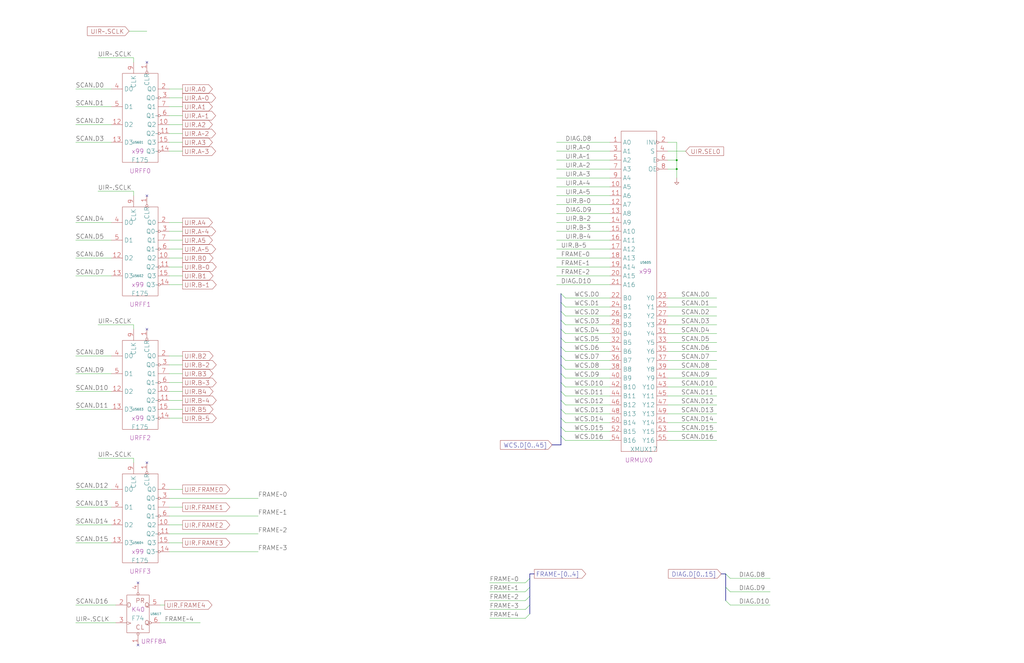
<source format=kicad_sch>
(kicad_sch (version 20230121) (generator eeschema)
  (paper "User" 584.2 378.46)
  (title_block (title "WRITABLE CONTROL STORE\\nMICRO INSTRUCTION REGISTER") (date "15-MAR-90") (rev "1.0") (comment 1 "TYPE") (comment 2 "232-003062") (comment 3 "S400") (comment 4 "RELEASED"))
  (lib_symbols
    (symbol "r1000:F175" (pin_names (offset 1.016))
      (property "Reference" "U" (at 2.54 5.08 0))
      (property "Value" "F175" (at -1.27 -5.08 0))
      (property "Location" "___" (at -1.27 0 0))
      (property "Name" "______" (at 3.81 -12.7 0))
      (symbol "F175_1_1"
        (rectangle (start -6.35 44.45) (end 13.97 -6.35))
        (circle (center 7.62 45.085) (radius 0.635))
        (circle (center 14.605 0) (radius 0.635))
        (circle (center 14.605 10.16) (radius 0.635))
        (circle (center 14.605 20.32) (radius 0.635))
        (circle (center 14.605 30.48) (radius 0.635))
        (pin input line (at 7.62 50.8 270) (length 5.08) (name "CLR") (number "1"))
        (pin output line (at 20.32 15.24 180) (length 6.35) (name "Q2") (number "10"))
        (pin output line (at 20.32 10.16 180) (length 5.08) (name "Q2~") (number "11"))
        (pin input line (at -12.7 15.24 0) (length 6.35) (name "D2") (number "12"))
        (pin input line (at -12.7 5.08 0) (length 6.35) (name "D3") (number "13"))
        (pin output line (at 20.32 0 180) (length 5.08) (name "Q3~") (number "14"))
        (pin output line (at 20.32 5.08 180) (length 6.35) (name "Q3") (number "15"))
        (pin output line (at 20.32 35.56 180) (length 6.35) (name "Q0") (number "2"))
        (pin output line (at 20.32 30.48 180) (length 5.08) (name "Q0~") (number "3"))
        (pin input line (at -12.7 35.56 0) (length 6.35) (name "D0") (number "4"))
        (pin input line (at -12.7 25.4 0) (length 6.35) (name "D1") (number "5"))
        (pin output line (at 20.32 20.32 180) (length 5.08) (name "Q1~") (number "6"))
        (pin output line (at 20.32 25.4 180) (length 6.35) (name "Q1") (number "7"))
        (pin input line (at 0 50.8 270) (length 6.35) (name "CLK") (number "9"))
      )
    )
    (symbol "r1000:F74" (pin_names (offset 1.016) hide)
      (property "Reference" "U" (at 12.7 -2.54 0))
      (property "Value" "F74" (at -1.27 -5.08 0))
      (property "Location" "___" (at -1.27 0 0))
      (property "Name" "______" (at 11.43 -19.685 0))
      (symbol "F74_0_1"
        (rectangle (start -3.81 8.255) (end 8.89 -13.335) (stroke (width 0.1524)))
        (polyline (pts (xy 2.54 -15.24) (xy 2.54 -14.605)) (stroke (width 0.1524)))
        (polyline (pts (xy 2.54 10.16) (xy 2.54 9.525)) (stroke (width 0.1524)))
      )
      (symbol "F74_1_1"
        (circle (center 2.54 -13.97) (radius 0.635))
        (circle (center 2.54 8.89) (radius 0.635))
        (circle (center 9.525 -7.62) (radius 0.635))
        (text ">" (at -2.54 -7.62 0) (effects (font (size 2.54 2.54))))
        (text "C" (at 2.54 -10.16 0) (effects (font (size 2.54 2.54))))
        (text "D" (at -2.54 2.54 0) (effects (font (size 2.54 2.54))))
        (text "L" (at 5.08 -10.16 0) (effects (font (size 2.54 2.54))))
        (text "P" (at 2.54 5.08 0) (effects (font (size 2.54 2.54))))
        (text "Q" (at 7.62 -7.62 0) (effects (font (size 2.54 2.54))))
        (text "Q" (at 7.62 2.54 0) (effects (font (size 2.54 2.54))))
        (text "R" (at 5.08 5.08 0) (effects (font (size 2.54 2.54))))
        (pin input line (at 2.54 -20.32 90) (length 5.08) (name "CL_") (number "1"))
        (pin input line (at -10.16 2.54 0) (length 6.35) (name "D") (number "2"))
        (pin input line (at -10.16 -7.62 0) (length 6.35) (name "CLK") (number "3"))
        (pin input line (at 2.54 15.24 270) (length 5.08) (name "PR_") (number "4"))
        (pin output line (at 15.24 2.54 180) (length 6.35) (name "Q") (number "5"))
        (pin output line (at 15.24 -7.62 180) (length 5.08) (name "Q_") (number "6"))
      )
    )
    (symbol "r1000:PD" (power) (pin_numbers hide) (pin_names hide) (in_bom no)
      (symbol "PD_0_1"
        (polyline (pts (xy 0 -2.54) (xy 1.27 -2.54) (xy 0 -3.81) (xy -1.27 -2.54) (xy 0 -2.54)) (stroke (width 0.1524)))
      )
      (symbol "PD_1_1"
        (pin power_in line (at 0 0 270) (length 2.54) (name "PD") (number "1"))
      )
    )
    (symbol "r1000:XMUX17" (pin_names (offset 1.016))
      (property "Reference" "U" (at 2.54 5.08 0))
      (property "Value" "XMUX17" (at -6.35 -101.6 0))
      (property "Location" "___" (at -1.27 0 0))
      (property "Name" "______" (at -1.27 -109.22 0))
      (symbol "XMUX17_1_1"
        (rectangle (start -11.43 80.01) (end 8.89 -102.87))
        (circle (center 9.525 58.42) (radius 0.635))
        (circle (center 9.525 63.5) (radius 0.635))
        (circle (center 9.525 73.66) (radius 0.635))
        (pin input line (at -17.78 73.66 0) (length 6.35) (name "A0") (number "1"))
        (pin input line (at -17.78 48.26 0) (length 6.35) (name "A5") (number "10"))
        (pin input line (at -17.78 43.18 0) (length 6.35) (name "A6") (number "11"))
        (pin input line (at -17.78 38.1 0) (length 6.35) (name "A7") (number "12"))
        (pin input line (at -17.78 33.02 0) (length 6.35) (name "A8") (number "13"))
        (pin input line (at -17.78 27.94 0) (length 6.35) (name "A9") (number "14"))
        (pin input line (at -17.78 22.86 0) (length 6.35) (name "A10") (number "15"))
        (pin input line (at -17.78 17.78 0) (length 6.35) (name "A11") (number "16"))
        (pin input line (at -17.78 12.7 0) (length 6.35) (name "A12") (number "17"))
        (pin input line (at -17.78 7.62 0) (length 6.35) (name "A13") (number "18"))
        (pin input line (at -17.78 2.54 0) (length 6.35) (name "A14") (number "19"))
        (pin input line (at 15.24 73.66 180) (length 5.08) (name "INV") (number "2"))
        (pin input line (at -17.78 -2.54 0) (length 6.35) (name "A15") (number "20"))
        (pin input line (at -17.78 -7.62 0) (length 6.35) (name "A16") (number "21"))
        (pin input line (at -17.78 -15.24 0) (length 6.35) (name "B0") (number "22"))
        (pin tri_state line (at 15.24 -15.24 180) (length 6.35) (name "Y0") (number "23"))
        (pin input line (at -17.78 -20.32 0) (length 6.35) (name "B1") (number "24"))
        (pin tri_state line (at 15.24 -20.32 180) (length 6.35) (name "Y1") (number "25"))
        (pin input line (at -17.78 -25.4 0) (length 6.35) (name "B2") (number "26"))
        (pin tri_state line (at 15.24 -25.4 180) (length 6.35) (name "Y2") (number "27"))
        (pin input line (at -17.78 -30.48 0) (length 6.35) (name "B3") (number "28"))
        (pin tri_state line (at 15.24 -30.48 180) (length 6.35) (name "Y3") (number "29"))
        (pin input line (at -17.78 68.58 0) (length 6.35) (name "A1") (number "3"))
        (pin input line (at -17.78 -35.56 0) (length 6.35) (name "B4") (number "30"))
        (pin tri_state line (at 15.24 -35.56 180) (length 6.35) (name "Y4") (number "31"))
        (pin input line (at -17.78 -40.64 0) (length 6.35) (name "B5") (number "32"))
        (pin tri_state line (at 15.24 -40.64 180) (length 6.35) (name "Y5") (number "33"))
        (pin input line (at -17.78 -45.72 0) (length 6.35) (name "B6") (number "34"))
        (pin tri_state line (at 15.24 -45.72 180) (length 6.35) (name "Y6") (number "35"))
        (pin input line (at -17.78 -50.8 0) (length 6.35) (name "B7") (number "36"))
        (pin tri_state line (at 15.24 -50.8 180) (length 6.35) (name "Y7") (number "37"))
        (pin input line (at -17.78 -55.88 0) (length 6.35) (name "B8") (number "38"))
        (pin tri_state line (at 15.24 -55.88 180) (length 6.35) (name "Y8") (number "39"))
        (pin input line (at 15.24 68.58 180) (length 6.35) (name "S") (number "4"))
        (pin input line (at -17.78 -60.96 0) (length 6.35) (name "B9") (number "40"))
        (pin tri_state line (at 15.24 -60.96 180) (length 6.35) (name "Y9") (number "41"))
        (pin input line (at -17.78 -66.04 0) (length 6.35) (name "B10") (number "42"))
        (pin tri_state line (at 15.24 -66.04 180) (length 6.35) (name "Y10") (number "43"))
        (pin input line (at -17.78 -71.12 0) (length 6.35) (name "B11") (number "44"))
        (pin tri_state line (at 15.24 -71.12 180) (length 6.35) (name "Y11") (number "45"))
        (pin input line (at -17.78 -76.2 0) (length 6.35) (name "B12") (number "46"))
        (pin tri_state line (at 15.24 -76.2 180) (length 6.35) (name "Y12") (number "47"))
        (pin input line (at -17.78 -81.28 0) (length 6.35) (name "B13") (number "48"))
        (pin tri_state line (at 15.24 -81.28 180) (length 6.35) (name "Y13") (number "49"))
        (pin input line (at -17.78 63.5 0) (length 6.35) (name "A2") (number "5"))
        (pin input line (at -17.78 -86.36 0) (length 6.35) (name "B14") (number "50"))
        (pin tri_state line (at 15.24 -86.36 180) (length 6.35) (name "Y14") (number "51"))
        (pin input line (at -17.78 -91.44 0) (length 6.35) (name "B15") (number "52"))
        (pin tri_state line (at 15.24 -91.44 180) (length 6.35) (name "Y15") (number "53"))
        (pin input line (at -17.78 -96.52 0) (length 6.35) (name "B16") (number "54"))
        (pin tri_state line (at 15.24 -96.52 180) (length 6.35) (name "Y16") (number "55"))
        (pin input line (at 15.24 63.5 180) (length 5.08) (name "E") (number "6"))
        (pin input line (at -17.78 58.42 0) (length 6.35) (name "A3") (number "7"))
        (pin input line (at 15.24 58.42 180) (length 5.08) (name "OE") (number "8"))
        (pin input line (at -17.78 53.34 0) (length 6.35) (name "A4") (number "9"))
      )
    )
  )
  (junction (at 386.08 96.52))
  (junction (at 386.08 91.44))
  (no_connect (at 78.74 332.74))
  (no_connect (at 83.82 187.96))
  (no_connect (at 78.74 368.3))
  (no_connect (at 83.82 35.56))
  (no_connect (at 83.82 111.76))
  (no_connect (at 83.82 264.16))
  (bus_entry (at 320.04 187.96) (size 2.54 2.54))
  (bus_entry (at 320.04 167.64) (size 2.54 2.54))
  (bus_entry (at 320.04 233.68) (size 2.54 2.54))
  (bus_entry (at 320.04 248.92) (size 2.54 2.54))
  (bus_entry (at 320.04 182.88) (size 2.54 2.54))
  (bus_entry (at 320.04 177.8) (size 2.54 2.54))
  (bus_entry (at 320.04 228.6) (size 2.54 2.54))
  (bus_entry (at 302.26 340.36) (size -2.54 2.54))
  (bus_entry (at 320.04 198.12) (size 2.54 2.54))
  (bus_entry (at 320.04 218.44) (size 2.54 2.54))
  (bus_entry (at 414.02 335.28) (size 2.54 2.54))
  (bus_entry (at 320.04 172.72) (size 2.54 2.54))
  (bus_entry (at 302.26 350.52) (size -2.54 2.54))
  (bus_entry (at 414.02 342.9) (size 2.54 2.54))
  (bus_entry (at 320.04 213.36) (size 2.54 2.54))
  (bus_entry (at 320.04 223.52) (size 2.54 2.54))
  (bus_entry (at 302.26 330.2) (size -2.54 2.54))
  (bus_entry (at 320.04 203.2) (size 2.54 2.54))
  (bus_entry (at 302.26 345.44) (size -2.54 2.54))
  (bus_entry (at 320.04 193.04) (size 2.54 2.54))
  (bus_entry (at 302.26 335.28) (size -2.54 2.54))
  (bus_entry (at 414.02 327.66) (size 2.54 2.54))
  (bus_entry (at 320.04 238.76) (size 2.54 2.54))
  (bus_entry (at 320.04 208.28) (size 2.54 2.54))
  (bus_entry (at 320.04 243.84) (size 2.54 2.54))
  (wire (pts (xy 96.52 81.28) (xy 104.14 81.28)))
  (wire (pts (xy 322.58 185.42) (xy 347.98 185.42)))
  (wire (pts (xy 43.18 71.12) (xy 63.5 71.12)))
  (wire (pts (xy 317.5 152.4) (xy 347.98 152.4)))
  (wire (pts (xy 96.52 289.56) (xy 104.14 289.56)))
  (wire (pts (xy 96.52 50.8) (xy 104.14 50.8)))
  (wire (pts (xy 76.2 261.62) (xy 76.2 264.16)))
  (wire (pts (xy 317.5 121.92) (xy 347.98 121.92)))
  (bus (pts (xy 320.04 198.12) (xy 320.04 203.2)))
  (wire (pts (xy 317.5 157.48) (xy 347.98 157.48)))
  (wire (pts (xy 322.58 220.98) (xy 347.98 220.98)))
  (wire (pts (xy 381 220.98) (xy 408.94 220.98)))
  (wire (pts (xy 96.52 71.12) (xy 104.14 71.12)))
  (bus (pts (xy 320.04 213.36) (xy 320.04 218.44)))
  (wire (pts (xy 381 170.18) (xy 408.94 170.18)))
  (wire (pts (xy 381 175.26) (xy 408.94 175.26)))
  (wire (pts (xy 43.18 223.52) (xy 63.5 223.52)))
  (wire (pts (xy 96.52 162.56) (xy 104.14 162.56)))
  (wire (pts (xy 322.58 251.46) (xy 347.98 251.46)))
  (wire (pts (xy 96.52 157.48) (xy 104.14 157.48)))
  (wire (pts (xy 317.5 162.56) (xy 347.98 162.56)))
  (wire (pts (xy 381 180.34) (xy 408.94 180.34)))
  (wire (pts (xy 386.08 96.52) (xy 386.08 91.44)))
  (wire (pts (xy 91.44 355.6) (xy 114.3 355.6)))
  (wire (pts (xy 55.88 185.42) (xy 76.2 185.42)))
  (wire (pts (xy 386.08 81.28) (xy 381 81.28)))
  (wire (pts (xy 43.18 299.72) (xy 63.5 299.72)))
  (wire (pts (xy 322.58 231.14) (xy 347.98 231.14)))
  (wire (pts (xy 317.5 127) (xy 347.98 127)))
  (wire (pts (xy 96.52 309.88) (xy 104.14 309.88)))
  (wire (pts (xy 76.2 109.22) (xy 76.2 111.76)))
  (wire (pts (xy 43.18 81.28) (xy 63.5 81.28)))
  (wire (pts (xy 43.18 279.4) (xy 63.5 279.4)))
  (wire (pts (xy 381 231.14) (xy 408.94 231.14)))
  (wire (pts (xy 96.52 142.24) (xy 104.14 142.24)))
  (wire (pts (xy 96.52 228.6) (xy 104.14 228.6)))
  (bus (pts (xy 302.26 345.44) (xy 302.26 350.52)))
  (wire (pts (xy 96.52 304.8) (xy 147.32 304.8)))
  (wire (pts (xy 317.5 81.28) (xy 347.98 81.28)))
  (wire (pts (xy 96.52 284.48) (xy 147.32 284.48)))
  (wire (pts (xy 43.18 147.32) (xy 63.5 147.32)))
  (wire (pts (xy 416.56 337.82) (xy 439.42 337.82)))
  (wire (pts (xy 381 86.36) (xy 391.16 86.36)))
  (wire (pts (xy 96.52 213.36) (xy 104.14 213.36)))
  (bus (pts (xy 320.04 193.04) (xy 320.04 198.12)))
  (wire (pts (xy 43.18 127) (xy 63.5 127)))
  (wire (pts (xy 96.52 218.44) (xy 104.14 218.44)))
  (wire (pts (xy 322.58 215.9) (xy 347.98 215.9)))
  (wire (pts (xy 43.18 309.88) (xy 63.5 309.88)))
  (wire (pts (xy 317.5 137.16) (xy 347.98 137.16)))
  (bus (pts (xy 320.04 233.68) (xy 320.04 238.76)))
  (wire (pts (xy 317.5 106.68) (xy 347.98 106.68)))
  (bus (pts (xy 320.04 228.6) (xy 320.04 223.52)))
  (bus (pts (xy 320.04 167.64) (xy 320.04 172.72)))
  (wire (pts (xy 279.4 337.82) (xy 299.72 337.82)))
  (wire (pts (xy 73.66 17.78) (xy 83.82 17.78)))
  (wire (pts (xy 96.52 127) (xy 104.14 127)))
  (wire (pts (xy 43.18 60.96) (xy 63.5 60.96)))
  (wire (pts (xy 43.18 355.6) (xy 66.04 355.6)))
  (wire (pts (xy 381 246.38) (xy 408.94 246.38)))
  (bus (pts (xy 320.04 187.96) (xy 320.04 182.88)))
  (wire (pts (xy 96.52 137.16) (xy 104.14 137.16)))
  (wire (pts (xy 96.52 223.52) (xy 104.14 223.52)))
  (bus (pts (xy 414.02 327.66) (xy 414.02 335.28)))
  (wire (pts (xy 317.5 96.52) (xy 347.98 96.52)))
  (wire (pts (xy 381 200.66) (xy 408.94 200.66)))
  (wire (pts (xy 96.52 203.2) (xy 104.14 203.2)))
  (wire (pts (xy 96.52 233.68) (xy 104.14 233.68)))
  (wire (pts (xy 76.2 33.02) (xy 76.2 35.56)))
  (wire (pts (xy 386.08 101.6) (xy 386.08 96.52)))
  (wire (pts (xy 322.58 226.06) (xy 347.98 226.06)))
  (wire (pts (xy 381 226.06) (xy 408.94 226.06)))
  (wire (pts (xy 386.08 91.44) (xy 386.08 81.28)))
  (bus (pts (xy 302.26 340.36) (xy 302.26 345.44)))
  (wire (pts (xy 381 236.22) (xy 408.94 236.22)))
  (wire (pts (xy 416.56 330.2) (xy 439.42 330.2)))
  (wire (pts (xy 381 251.46) (xy 408.94 251.46)))
  (wire (pts (xy 322.58 236.22) (xy 347.98 236.22)))
  (bus (pts (xy 320.04 172.72) (xy 320.04 177.8)))
  (wire (pts (xy 55.88 261.62) (xy 76.2 261.62)))
  (wire (pts (xy 43.18 345.44) (xy 66.04 345.44)))
  (wire (pts (xy 96.52 314.96) (xy 147.32 314.96)))
  (bus (pts (xy 314.96 254) (xy 320.04 254)))
  (bus (pts (xy 302.26 327.66) (xy 304.8 327.66)))
  (wire (pts (xy 322.58 241.3) (xy 347.98 241.3)))
  (bus (pts (xy 320.04 248.92) (xy 320.04 243.84)))
  (wire (pts (xy 322.58 195.58) (xy 347.98 195.58)))
  (wire (pts (xy 317.5 142.24) (xy 347.98 142.24)))
  (wire (pts (xy 322.58 246.38) (xy 347.98 246.38)))
  (wire (pts (xy 322.58 210.82) (xy 347.98 210.82)))
  (wire (pts (xy 416.56 345.44) (xy 439.42 345.44)))
  (wire (pts (xy 96.52 132.08) (xy 104.14 132.08)))
  (wire (pts (xy 55.88 109.22) (xy 76.2 109.22)))
  (wire (pts (xy 279.4 353.06) (xy 299.72 353.06)))
  (bus (pts (xy 320.04 187.96) (xy 320.04 193.04)))
  (wire (pts (xy 43.18 50.8) (xy 63.5 50.8)))
  (wire (pts (xy 381 210.82) (xy 408.94 210.82)))
  (wire (pts (xy 322.58 175.26) (xy 347.98 175.26)))
  (bus (pts (xy 302.26 330.2) (xy 302.26 335.28)))
  (wire (pts (xy 381 215.9) (xy 408.94 215.9)))
  (wire (pts (xy 317.5 116.84) (xy 347.98 116.84)))
  (bus (pts (xy 302.26 327.66) (xy 302.26 330.2)))
  (bus (pts (xy 320.04 208.28) (xy 320.04 203.2)))
  (wire (pts (xy 96.52 299.72) (xy 104.14 299.72)))
  (wire (pts (xy 322.58 170.18) (xy 347.98 170.18)))
  (wire (pts (xy 96.52 76.2) (xy 104.14 76.2)))
  (wire (pts (xy 279.4 347.98) (xy 299.72 347.98)))
  (wire (pts (xy 317.5 86.36) (xy 347.98 86.36)))
  (wire (pts (xy 96.52 147.32) (xy 104.14 147.32)))
  (wire (pts (xy 96.52 152.4) (xy 104.14 152.4)))
  (wire (pts (xy 317.5 91.44) (xy 347.98 91.44)))
  (wire (pts (xy 381 190.5) (xy 408.94 190.5)))
  (wire (pts (xy 55.88 33.02) (xy 76.2 33.02)))
  (wire (pts (xy 96.52 66.04) (xy 104.14 66.04)))
  (wire (pts (xy 43.18 289.56) (xy 63.5 289.56)))
  (bus (pts (xy 411.48 327.66) (xy 414.02 327.66)))
  (bus (pts (xy 414.02 335.28) (xy 414.02 342.9)))
  (wire (pts (xy 322.58 190.5) (xy 347.98 190.5)))
  (bus (pts (xy 320.04 254) (xy 320.04 248.92)))
  (wire (pts (xy 381 195.58) (xy 408.94 195.58)))
  (wire (pts (xy 322.58 200.66) (xy 347.98 200.66)))
  (wire (pts (xy 322.58 205.74) (xy 347.98 205.74)))
  (bus (pts (xy 320.04 228.6) (xy 320.04 233.68)))
  (wire (pts (xy 43.18 137.16) (xy 63.5 137.16)))
  (bus (pts (xy 320.04 238.76) (xy 320.04 243.84)))
  (wire (pts (xy 279.4 342.9) (xy 299.72 342.9)))
  (wire (pts (xy 43.18 203.2) (xy 63.5 203.2)))
  (bus (pts (xy 320.04 208.28) (xy 320.04 213.36)))
  (wire (pts (xy 96.52 208.28) (xy 104.14 208.28)))
  (wire (pts (xy 381 96.52) (xy 386.08 96.52)))
  (wire (pts (xy 381 241.3) (xy 408.94 241.3)))
  (bus (pts (xy 320.04 177.8) (xy 320.04 182.88)))
  (bus (pts (xy 302.26 335.28) (xy 302.26 340.36)))
  (wire (pts (xy 91.44 345.44) (xy 93.98 345.44)))
  (wire (pts (xy 381 205.74) (xy 408.94 205.74)))
  (wire (pts (xy 279.4 332.74) (xy 299.72 332.74)))
  (wire (pts (xy 96.52 238.76) (xy 104.14 238.76)))
  (wire (pts (xy 317.5 132.08) (xy 347.98 132.08)))
  (wire (pts (xy 76.2 185.42) (xy 76.2 187.96)))
  (wire (pts (xy 96.52 86.36) (xy 104.14 86.36)))
  (wire (pts (xy 43.18 233.68) (xy 63.5 233.68)))
  (wire (pts (xy 96.52 294.64) (xy 147.32 294.64)))
  (wire (pts (xy 43.18 157.48) (xy 63.5 157.48)))
  (wire (pts (xy 322.58 180.34) (xy 347.98 180.34)))
  (wire (pts (xy 317.5 147.32) (xy 347.98 147.32)))
  (wire (pts (xy 381 185.42) (xy 408.94 185.42)))
  (wire (pts (xy 317.5 101.6) (xy 347.98 101.6)))
  (wire (pts (xy 43.18 213.36) (xy 63.5 213.36)))
  (wire (pts (xy 381 91.44) (xy 386.08 91.44)))
  (wire (pts (xy 96.52 60.96) (xy 104.14 60.96)))
  (wire (pts (xy 96.52 279.4) (xy 104.14 279.4)))
  (wire (pts (xy 96.52 55.88) (xy 104.14 55.88)))
  (wire (pts (xy 317.5 111.76) (xy 347.98 111.76)))
  (bus (pts (xy 320.04 218.44) (xy 320.04 223.52)))
  (label "SCAN.D5" (at 388.62 195.58 0) (effects (font (size 2.54 2.54))))
  (label "SCAN.D4" (at 388.62 190.5 0) (effects (font (size 2.54 2.54))))
  (label "UIR.B~0" (at 322.58 116.84 0) (effects (font (size 2.54 2.54))))
  (label "UIR.B~5" (at 320.04 142.24 0) (effects (font (size 2.54 2.54))))
  (label "SCAN.D11" (at 43.18 233.68 0) (effects (font (size 2.54 2.54))))
  (label "SCAN.D15" (at 43.18 309.88 0) (effects (font (size 2.54 2.54))))
  (label "DIAG.D10" (at 320.04 162.56 0) (effects (font (size 2.54 2.54))))
  (label "WCS.D3" (at 327.66 185.42 0) (effects (font (size 2.54 2.54))))
  (label "UIR.A~4" (at 322.58 106.68 0) (effects (font (size 2.54 2.54))))
  (label "UIR.A~5" (at 322.58 111.76 0) (effects (font (size 2.54 2.54))))
  (label "WCS.D0" (at 327.66 170.18 0) (effects (font (size 2.54 2.54))))
  (label "UIR.A~1" (at 322.58 91.44 0) (effects (font (size 2.54 2.54))))
  (label "WCS.D13" (at 327.66 236.22 0) (effects (font (size 2.54 2.54))))
  (label "WCS.D5" (at 327.66 195.58 0) (effects (font (size 2.54 2.54))))
  (label "SCAN.D16" (at 43.18 345.44 0) (effects (font (size 2.54 2.54))))
  (label "UIR~.SCLK" (at 55.88 109.22 0) (effects (font (size 2.54 2.54))))
  (label "SCAN.D11" (at 388.62 226.06 0) (effects (font (size 2.54 2.54))))
  (label "FRAME~2" (at 320.04 157.48 0) (effects (font (size 2.54 2.54))))
  (label "FRAME~2" (at 279.4 342.9 0) (effects (font (size 2.54 2.54))))
  (label "UIR.B~3" (at 322.58 132.08 0) (effects (font (size 2.54 2.54))))
  (label "WCS.D1" (at 327.66 175.26 0) (effects (font (size 2.54 2.54))))
  (label "SCAN.D13" (at 43.18 289.56 0) (effects (font (size 2.54 2.54))))
  (label "SCAN.D3" (at 388.62 185.42 0) (effects (font (size 2.54 2.54))))
  (label "UIR.B~4" (at 322.58 137.16 0) (effects (font (size 2.54 2.54))))
  (label "WCS.D6" (at 327.66 200.66 0) (effects (font (size 2.54 2.54))))
  (label "SCAN.D3" (at 43.18 81.28 0) (effects (font (size 2.54 2.54))))
  (label "SCAN.D6" (at 43.18 147.32 0) (effects (font (size 2.54 2.54))))
  (label "SCAN.D8" (at 43.18 203.2 0) (effects (font (size 2.54 2.54))))
  (label "UIR.A~0" (at 322.58 86.36 0) (effects (font (size 2.54 2.54))))
  (label "SCAN.D14" (at 43.18 299.72 0) (effects (font (size 2.54 2.54))))
  (label "WCS.D12" (at 327.66 231.14 0) (effects (font (size 2.54 2.54))))
  (label "FRAME~0" (at 147.32 284.48 0) (effects (font (size 2.54 2.54))))
  (label "DIAG.D10" (at 421.64 345.44 0) (effects (font (size 2.54 2.54))))
  (label "SCAN.D14" (at 388.62 241.3 0) (effects (font (size 2.54 2.54))))
  (label "SCAN.D1" (at 43.18 60.96 0) (effects (font (size 2.54 2.54))))
  (label "FRAME~3" (at 279.4 347.98 0) (effects (font (size 2.54 2.54))))
  (label "FRAME~2" (at 147.32 304.8 0) (effects (font (size 2.54 2.54))))
  (label "FRAME~3" (at 147.32 314.96 0) (effects (font (size 2.54 2.54))))
  (label "FRAME~0" (at 279.4 332.74 0) (effects (font (size 2.54 2.54))))
  (label "SCAN.D10" (at 388.62 220.98 0) (effects (font (size 2.54 2.54))))
  (label "SCAN.D2" (at 388.62 180.34 0) (effects (font (size 2.54 2.54))))
  (label "SCAN.D10" (at 43.18 223.52 0) (effects (font (size 2.54 2.54))))
  (label "WCS.D11" (at 327.66 226.06 0) (effects (font (size 2.54 2.54))))
  (label "UIR~.SCLK" (at 55.88 261.62 0) (effects (font (size 2.54 2.54))))
  (label "WCS.D2" (at 327.66 180.34 0) (effects (font (size 2.54 2.54))))
  (label "SCAN.D8" (at 388.62 210.82 0) (effects (font (size 2.54 2.54))))
  (label "WCS.D14" (at 327.66 241.3 0) (effects (font (size 2.54 2.54))))
  (label "SCAN.D7" (at 388.62 205.74 0) (effects (font (size 2.54 2.54))))
  (label "UIR.A~2" (at 322.58 96.52 0) (effects (font (size 2.54 2.54))))
  (label "WCS.D10" (at 327.66 220.98 0) (effects (font (size 2.54 2.54))))
  (label "WCS.D16" (at 327.66 251.46 0) (effects (font (size 2.54 2.54))))
  (label "SCAN.D16" (at 388.62 251.46 0) (effects (font (size 2.54 2.54))))
  (label "UIR.A~3" (at 322.58 101.6 0) (effects (font (size 2.54 2.54))))
  (label "SCAN.D1" (at 388.62 175.26 0) (effects (font (size 2.54 2.54))))
  (label "SCAN.D0" (at 388.62 170.18 0) (effects (font (size 2.54 2.54))))
  (label "WCS.D8" (at 327.66 210.82 0) (effects (font (size 2.54 2.54))))
  (label "SCAN.D2" (at 43.18 71.12 0) (effects (font (size 2.54 2.54))))
  (label "UIR~.SCLK" (at 55.88 33.02 0) (effects (font (size 2.54 2.54))))
  (label "FRAME~4" (at 93.98 355.6 0) (effects (font (size 2.54 2.54))))
  (label "FRAME~4" (at 279.4 353.06 0) (effects (font (size 2.54 2.54))))
  (label "UIR~.SCLK" (at 55.88 185.42 0) (effects (font (size 2.54 2.54))))
  (label "DIAG.D9" (at 322.58 121.92 0) (effects (font (size 2.54 2.54))))
  (label "SCAN.D9" (at 43.18 213.36 0) (effects (font (size 2.54 2.54))))
  (label "UIR~.SCLK" (at 43.18 355.6 0) (effects (font (size 2.54 2.54))))
  (label "DIAG.D8" (at 421.64 330.2 0) (effects (font (size 2.54 2.54))))
  (label "SCAN.D12" (at 388.62 231.14 0) (effects (font (size 2.54 2.54))))
  (label "UIR.B~2" (at 322.58 127 0) (effects (font (size 2.54 2.54))))
  (label "FRAME~1" (at 147.32 294.64 0) (effects (font (size 2.54 2.54))))
  (label "SCAN.D12" (at 43.18 279.4 0) (effects (font (size 2.54 2.54))))
  (label "SCAN.D5" (at 43.18 137.16 0) (effects (font (size 2.54 2.54))))
  (label "FRAME~1" (at 320.04 152.4 0) (effects (font (size 2.54 2.54))))
  (label "SCAN.D0" (at 43.18 50.8 0) (effects (font (size 2.54 2.54))))
  (label "SCAN.D15" (at 388.62 246.38 0) (effects (font (size 2.54 2.54))))
  (label "SCAN.D4" (at 43.18 127 0) (effects (font (size 2.54 2.54))))
  (label "SCAN.D7" (at 43.18 157.48 0) (effects (font (size 2.54 2.54))))
  (label "SCAN.D6" (at 388.62 200.66 0) (effects (font (size 2.54 2.54))))
  (label "WCS.D9" (at 327.66 215.9 0) (effects (font (size 2.54 2.54))))
  (label "FRAME~1" (at 279.4 337.82 0) (effects (font (size 2.54 2.54))))
  (label "DIAG.D9" (at 421.64 337.82 0) (effects (font (size 2.54 2.54))))
  (label "WCS.D4" (at 327.66 190.5 0) (effects (font (size 2.54 2.54))))
  (label "WCS.D7" (at 327.66 205.74 0) (effects (font (size 2.54 2.54))))
  (label "SCAN.D13" (at 388.62 236.22 0) (effects (font (size 2.54 2.54))))
  (label "WCS.D15" (at 327.66 246.38 0) (effects (font (size 2.54 2.54))))
  (label "FRAME~0" (at 320.04 147.32 0) (effects (font (size 2.54 2.54))))
  (label "DIAG.D8" (at 322.58 81.28 0) (effects (font (size 2.54 2.54))))
  (label "SCAN.D9" (at 388.62 215.9 0) (effects (font (size 2.54 2.54))))
  (global_label "UIR.SEL0" (shape input) (at 391.16 86.36 0) (effects (font (size 2.54 2.54))) (property "Intersheetrefs" "${INTERSHEET_REFS}" (at 412.7984 86.2013 0) (effects (font (size 1.905 1.905)) (justify left))))
  (global_label "UIR.A~3" (shape output) (at 104.14 86.36 0) (effects (font (size 2.54 2.54))) (property "Intersheetrefs" "${INTERSHEET_REFS}" (at 122.9965 86.2013 0) (effects (font (size 1.905 1.905)) (justify left))))
  (global_label "WCS.D[0..45]" (shape input) (at 314.96 254 180) (effects (font (size 2.54 2.54))) (property "Intersheetrefs" "${INTERSHEET_REFS}" (at 284.7931 254 0) (effects (font (size 1.905 1.905)) (justify right))))
  (global_label "UIR.A1" (shape output) (at 104.14 60.96 0) (effects (font (size 2.54 2.54))) (property "Intersheetrefs" "${INTERSHEET_REFS}" (at 121.1822 60.8013 0) (effects (font (size 1.905 1.905)) (justify left))))
  (global_label "UIR.FRAME1" (shape output) (at 104.14 289.56 0) (effects (font (size 2.54 2.54))) (property "Intersheetrefs" "${INTERSHEET_REFS}" (at 131.1003 289.4013 0) (effects (font (size 1.905 1.905)) (justify left))))
  (global_label "UIR.FRAME0" (shape output) (at 104.14 279.4 0) (effects (font (size 2.54 2.54))) (property "Intersheetrefs" "${INTERSHEET_REFS}" (at 131.1003 279.2413 0) (effects (font (size 1.905 1.905)) (justify left))))
  (global_label "UIR.A2" (shape output) (at 104.14 71.12 0) (effects (font (size 2.54 2.54))) (property "Intersheetrefs" "${INTERSHEET_REFS}" (at 121.1822 70.9613 0) (effects (font (size 1.905 1.905)) (justify left))))
  (global_label "UIR.B3" (shape output) (at 104.14 213.36 0) (effects (font (size 2.54 2.54))) (property "Intersheetrefs" "${INTERSHEET_REFS}" (at 121.545 213.2013 0) (effects (font (size 1.905 1.905)) (justify left))))
  (global_label "UIR.B~3" (shape output) (at 104.14 218.44 0) (effects (font (size 2.54 2.54))) (property "Intersheetrefs" "${INTERSHEET_REFS}" (at 123.3593 218.2813 0) (effects (font (size 1.905 1.905)) (justify left))))
  (global_label "UIR.FRAME3" (shape output) (at 104.14 309.88 0) (effects (font (size 2.54 2.54))) (property "Intersheetrefs" "${INTERSHEET_REFS}" (at 131.1003 309.7213 0) (effects (font (size 1.905 1.905)) (justify left))))
  (global_label "UIR.B~0" (shape output) (at 104.14 152.4 0) (effects (font (size 2.54 2.54))) (property "Intersheetrefs" "${INTERSHEET_REFS}" (at 123.3593 152.2413 0) (effects (font (size 1.905 1.905)) (justify left))))
  (global_label "UIR.B~1" (shape output) (at 104.14 162.56 0) (effects (font (size 2.54 2.54))) (property "Intersheetrefs" "${INTERSHEET_REFS}" (at 123.3593 162.4013 0) (effects (font (size 1.905 1.905)) (justify left))))
  (global_label "UIR.A~0" (shape output) (at 104.14 55.88 0) (effects (font (size 2.54 2.54))) (property "Intersheetrefs" "${INTERSHEET_REFS}" (at 122.9965 55.7213 0) (effects (font (size 1.905 1.905)) (justify left))))
  (global_label "FRAME~[0..4]" (shape output) (at 304.8 327.66 0) (effects (font (size 2.54 2.54))) (property "Intersheetrefs" "${INTERSHEET_REFS}" (at 334.1793 327.5013 0) (effects (font (size 1.905 1.905)) (justify left))))
  (global_label "UIR.FRAME4" (shape output) (at 93.98 345.44 0) (effects (font (size 2.54 2.54))) (property "Intersheetrefs" "${INTERSHEET_REFS}" (at 120.9403 345.2813 0) (effects (font (size 1.905 1.905)) (justify left))))
  (global_label "UIR.B0" (shape output) (at 104.14 147.32 0) (effects (font (size 2.54 2.54))) (property "Intersheetrefs" "${INTERSHEET_REFS}" (at 121.545 147.1613 0) (effects (font (size 1.905 1.905)) (justify left))))
  (global_label "UIR.A3" (shape output) (at 104.14 81.28 0) (effects (font (size 2.54 2.54))) (property "Intersheetrefs" "${INTERSHEET_REFS}" (at 121.1822 81.1213 0) (effects (font (size 1.905 1.905)) (justify left))))
  (global_label "UIR.A0" (shape output) (at 104.14 50.8 0) (effects (font (size 2.54 2.54))) (property "Intersheetrefs" "${INTERSHEET_REFS}" (at 121.1822 50.6413 0) (effects (font (size 1.905 1.905)) (justify left))))
  (global_label "UIR.A4" (shape output) (at 104.14 127 0) (effects (font (size 2.54 2.54))) (property "Intersheetrefs" "${INTERSHEET_REFS}" (at 121.1822 126.8413 0) (effects (font (size 1.905 1.905)) (justify left))))
  (global_label "UIR.A5" (shape output) (at 104.14 137.16 0) (effects (font (size 2.54 2.54))) (property "Intersheetrefs" "${INTERSHEET_REFS}" (at 121.1822 137.0013 0) (effects (font (size 1.905 1.905)) (justify left))))
  (global_label "UIR.B5" (shape output) (at 104.14 233.68 0) (effects (font (size 2.54 2.54))) (property "Intersheetrefs" "${INTERSHEET_REFS}" (at 121.545 233.5213 0) (effects (font (size 1.905 1.905)) (justify left))))
  (global_label "UIR.B~4" (shape output) (at 104.14 228.6 0) (effects (font (size 2.54 2.54))) (property "Intersheetrefs" "${INTERSHEET_REFS}" (at 123.3593 228.4413 0) (effects (font (size 1.905 1.905)) (justify left))))
  (global_label "UIR.B1" (shape output) (at 104.14 157.48 0) (effects (font (size 2.54 2.54))) (property "Intersheetrefs" "${INTERSHEET_REFS}" (at 121.545 157.3213 0) (effects (font (size 1.905 1.905)) (justify left))))
  (global_label "UIR.FRAME2" (shape output) (at 104.14 299.72 0) (effects (font (size 2.54 2.54))) (property "Intersheetrefs" "${INTERSHEET_REFS}" (at 131.1003 299.5613 0) (effects (font (size 1.905 1.905)) (justify left))))
  (global_label "UIR.B~2" (shape output) (at 104.14 208.28 0) (effects (font (size 2.54 2.54))) (property "Intersheetrefs" "${INTERSHEET_REFS}" (at 123.3593 208.1213 0) (effects (font (size 1.905 1.905)) (justify left))))
  (global_label "UIR.B4" (shape output) (at 104.14 223.52 0) (effects (font (size 2.54 2.54))) (property "Intersheetrefs" "${INTERSHEET_REFS}" (at 121.545 223.3613 0) (effects (font (size 1.905 1.905)) (justify left))))
  (global_label "UIR.B2" (shape output) (at 104.14 203.2 0) (effects (font (size 2.54 2.54))) (property "Intersheetrefs" "${INTERSHEET_REFS}" (at 121.545 203.0413 0) (effects (font (size 1.905 1.905)) (justify left))))
  (global_label "UIR.A~2" (shape output) (at 104.14 76.2 0) (effects (font (size 2.54 2.54))) (property "Intersheetrefs" "${INTERSHEET_REFS}" (at 122.9965 76.0413 0) (effects (font (size 1.905 1.905)) (justify left))))
  (global_label "DIAG.D[0..15]" (shape input) (at 411.48 327.66 180) (effects (font (size 2.54 2.54))) (property "Intersheetrefs" "${INTERSHEET_REFS}" (at 380.7084 327.66 0) (effects (font (size 1.905 1.905)) (justify right))))
  (global_label "UIR.A~4" (shape output) (at 104.14 132.08 0) (effects (font (size 2.54 2.54))) (property "Intersheetrefs" "${INTERSHEET_REFS}" (at 122.9965 131.9213 0) (effects (font (size 1.905 1.905)) (justify left))))
  (global_label "UIR~.SCLK" (shape input) (at 73.66 17.78 180) (effects (font (size 2.54 2.54))) (property "Intersheetrefs" "${INTERSHEET_REFS}" (at 49.1776 17.78 0) (effects (font (size 1.905 1.905)) (justify right))))
  (global_label "UIR.A~5" (shape output) (at 104.14 142.24 0) (effects (font (size 2.54 2.54))) (property "Intersheetrefs" "${INTERSHEET_REFS}" (at 122.9965 142.0813 0) (effects (font (size 1.905 1.905)) (justify left))))
  (global_label "UIR.A~1" (shape output) (at 104.14 66.04 0) (effects (font (size 2.54 2.54))) (property "Intersheetrefs" "${INTERSHEET_REFS}" (at 122.9965 65.8813 0) (effects (font (size 1.905 1.905)) (justify left))))
  (global_label "UIR.B~5" (shape output) (at 104.14 238.76 0) (effects (font (size 2.54 2.54))) (property "Intersheetrefs" "${INTERSHEET_REFS}" (at 123.3593 238.6013 0) (effects (font (size 1.905 1.905)) (justify left))))
  (symbol (lib_id "r1000:F175") (at 76.2 238.76 0) (unit 1)
    (property "Reference" "U5603" (at 78.74 233.68 0))
    (property "Value" "F175" (at 74.93 243.84 0) (effects (font (size 2.54 2.54)) (justify left)))
    (property "Location" "x99" (at 74.93 238.76 0) (effects (font (size 2.54 2.54)) (justify left)))
    (property "Name" "URFF2" (at 80.01 251.46 0) (effects (font (size 2.54 2.54)) (justify bottom)))
  )
  (symbol (lib_id "r1000:XMUX17") (at 365.76 154.94 0) (unit 1)
    (property "Reference" "U5605" (at 368.3 149.86 0))
    (property "Value" "XMUX17" (at 359.41 256.54 0) (effects (font (size 2.54 2.54)) (justify left)))
    (property "Location" "x99" (at 364.49 154.94 0) (effects (font (size 2.54 2.54)) (justify left)))
    (property "Name" "URMUX0" (at 364.49 264.16 0) (effects (font (size 2.54 2.54)) (justify bottom)))
  )
  (symbol (lib_id "r1000:F74") (at 76.2 347.98 0) (unit 1)
    (property "Reference" "U5617" (at 88.9 350.52 0))
    (property "Value" "F74" (at 74.93 353.06 0) (effects (font (size 2.54 2.54)) (justify left)))
    (property "Location" "K40" (at 74.93 347.98 0) (effects (font (size 2.54 2.54)) (justify left)))
    (property "Name" "URFF8A" (at 87.63 367.665 0) (effects (font (size 2.54 2.54)) (justify bottom)))
  )
  (symbol (lib_id "r1000:F175") (at 76.2 314.96 0) (unit 1)
    (property "Reference" "U5604" (at 78.74 309.88 0))
    (property "Value" "F175" (at 74.93 320.04 0) (effects (font (size 2.54 2.54)) (justify left)))
    (property "Location" "x99" (at 74.93 314.96 0) (effects (font (size 2.54 2.54)) (justify left)))
    (property "Name" "URFF3" (at 80.01 327.66 0) (effects (font (size 2.54 2.54)) (justify bottom)))
  )
  (symbol (lib_id "r1000:PD") (at 386.08 101.6 0) (unit 1) (in_bom no)
    (property "Reference" "#PWR05601" (effects hide))
    (property "Value" "PD" (effects hide))
  )
  (symbol (lib_id "r1000:F175") (at 76.2 86.36 0) (unit 1)
    (property "Reference" "U5601" (at 78.74 81.28 0))
    (property "Value" "F175" (at 74.93 91.44 0) (effects (font (size 2.54 2.54)) (justify left)))
    (property "Location" "x99" (at 74.93 86.36 0) (effects (font (size 2.54 2.54)) (justify left)))
    (property "Name" "URFF0" (at 80.01 99.06 0) (effects (font (size 2.54 2.54)) (justify bottom)))
  )
  (symbol (lib_id "r1000:F175") (at 76.2 162.56 0) (unit 1)
    (property "Reference" "U5602" (at 78.74 157.48 0))
    (property "Value" "F175" (at 74.93 167.64 0) (effects (font (size 2.54 2.54)) (justify left)))
    (property "Location" "x99" (at 74.93 162.56 0) (effects (font (size 2.54 2.54)) (justify left)))
    (property "Name" "URFF1" (at 80.01 175.26 0) (effects (font (size 2.54 2.54)) (justify bottom)))
  )
)
</source>
